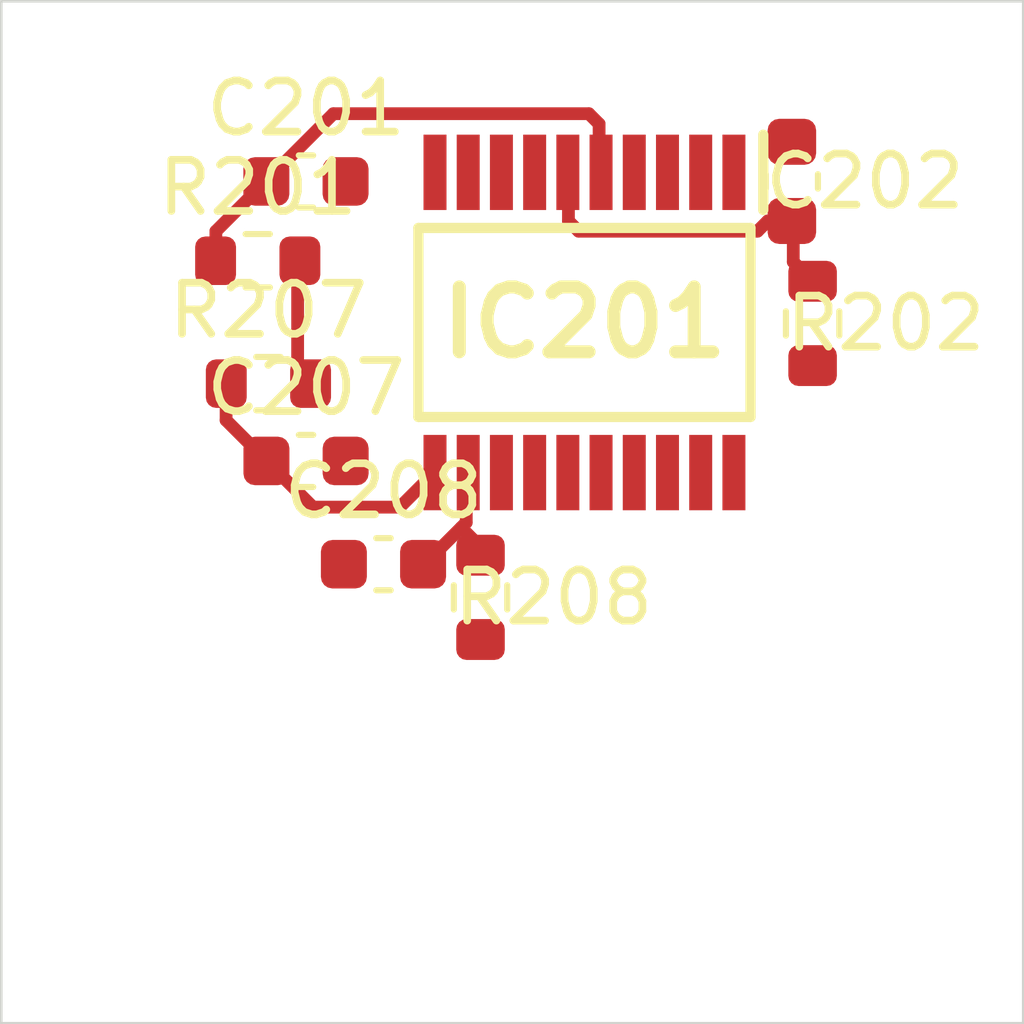
<source format=kicad_pcb>
 ( kicad_pcb  ( version 20171130 )
 ( host pcbnew 5.1.12-84ad8e8a86~92~ubuntu18.04.1 )
 ( general  ( thickness 1.6 )
 ( drawings 4 )
 ( tracks 0 )
 ( zones 0 )
 ( modules 9 )
 ( nets 19 )
)
 ( page A4 )
 ( layers  ( 0 F.Cu signal )
 ( 31 B.Cu signal )
 ( 32 B.Adhes user )
 ( 33 F.Adhes user )
 ( 34 B.Paste user )
 ( 35 F.Paste user )
 ( 36 B.SilkS user )
 ( 37 F.SilkS user )
 ( 38 B.Mask user )
 ( 39 F.Mask user )
 ( 40 Dwgs.User user )
 ( 41 Cmts.User user )
 ( 42 Eco1.User user )
 ( 43 Eco2.User user )
 ( 44 Edge.Cuts user )
 ( 45 Margin user )
 ( 46 B.CrtYd user )
 ( 47 F.CrtYd user )
 ( 48 B.Fab user )
 ( 49 F.Fab user )
)
 ( setup  ( last_trace_width 0.25 )
 ( trace_clearance 0.2 )
 ( zone_clearance 0.508 )
 ( zone_45_only no )
 ( trace_min 0.2 )
 ( via_size 0.8 )
 ( via_drill 0.4 )
 ( via_min_size 0.4 )
 ( via_min_drill 0.3 )
 ( uvia_size 0.3 )
 ( uvia_drill 0.1 )
 ( uvias_allowed no )
 ( uvia_min_size 0.2 )
 ( uvia_min_drill 0.1 )
 ( edge_width 0.05 )
 ( segment_width 0.2 )
 ( pcb_text_width 0.3 )
 ( pcb_text_size 1.5 1.5 )
 ( mod_edge_width 0.12 )
 ( mod_text_size 1 1 )
 ( mod_text_width 0.15 )
 ( pad_size 1.524 1.524 )
 ( pad_drill 0.762 )
 ( pad_to_mask_clearance 0 )
 ( aux_axis_origin 0 0 )
 ( visible_elements FFFFFF7F )
 ( pcbplotparams  ( layerselection 0x010fc_ffffffff )
 ( usegerberextensions false )
 ( usegerberattributes true )
 ( usegerberadvancedattributes true )
 ( creategerberjobfile true )
 ( excludeedgelayer true )
 ( linewidth 0.100000 )
 ( plotframeref false )
 ( viasonmask false )
 ( mode 1 )
 ( useauxorigin false )
 ( hpglpennumber 1 )
 ( hpglpenspeed 20 )
 ( hpglpendiameter 15.000000 )
 ( psnegative false )
 ( psa4output false )
 ( plotreference true )
 ( plotvalue true )
 ( plotinvisibletext false )
 ( padsonsilk false )
 ( subtractmaskfromsilk false )
 ( outputformat 1 )
 ( mirror false )
 ( drillshape 1 )
 ( scaleselection 1 )
 ( outputdirectory "" )
)
)
 ( net 0 "" )
 ( net 1 GND )
 ( net 2 /Sheet6235D886/ch0 )
 ( net 3 /Sheet6235D886/ch1 )
 ( net 4 /Sheet6235D886/ch2 )
 ( net 5 /Sheet6235D886/ch3 )
 ( net 6 /Sheet6235D886/ch4 )
 ( net 7 /Sheet6235D886/ch5 )
 ( net 8 /Sheet6235D886/ch6 )
 ( net 9 /Sheet6235D886/ch7 )
 ( net 10 VDD )
 ( net 11 VDDA )
 ( net 12 /Sheet6235D886/adc_csn )
 ( net 13 /Sheet6235D886/adc_sck )
 ( net 14 /Sheet6235D886/adc_sdi )
 ( net 15 /Sheet6235D886/adc_sdo )
 ( net 16 /Sheet6235D886/vp )
 ( net 17 /Sheet6248AD22/chn0 )
 ( net 18 /Sheet6248AD22/chn3 )
 ( net_class Default "This is the default net class."  ( clearance 0.2 )
 ( trace_width 0.25 )
 ( via_dia 0.8 )
 ( via_drill 0.4 )
 ( uvia_dia 0.3 )
 ( uvia_drill 0.1 )
 ( add_net /Sheet6235D886/adc_csn )
 ( add_net /Sheet6235D886/adc_sck )
 ( add_net /Sheet6235D886/adc_sdi )
 ( add_net /Sheet6235D886/adc_sdo )
 ( add_net /Sheet6235D886/ch0 )
 ( add_net /Sheet6235D886/ch1 )
 ( add_net /Sheet6235D886/ch2 )
 ( add_net /Sheet6235D886/ch3 )
 ( add_net /Sheet6235D886/ch4 )
 ( add_net /Sheet6235D886/ch5 )
 ( add_net /Sheet6235D886/ch6 )
 ( add_net /Sheet6235D886/ch7 )
 ( add_net /Sheet6235D886/vp )
 ( add_net /Sheet6248AD22/chn0 )
 ( add_net /Sheet6248AD22/chn3 )
 ( add_net GND )
 ( add_net VDD )
 ( add_net VDDA )
)
 ( module Capacitor_SMD:C_0603_1608Metric  ( layer F.Cu )
 ( tedit 5F68FEEE )
 ( tstamp 6234222D )
 ( at 85.963100 103.526000 )
 ( descr "Capacitor SMD 0603 (1608 Metric), square (rectangular) end terminal, IPC_7351 nominal, (Body size source: IPC-SM-782 page 76, https://www.pcb-3d.com/wordpress/wp-content/uploads/ipc-sm-782a_amendment_1_and_2.pdf), generated with kicad-footprint-generator" )
 ( tags capacitor )
 ( path /6235D887/623691C5 )
 ( attr smd )
 ( fp_text reference C201  ( at 0 -1.43 )
 ( layer F.SilkS )
 ( effects  ( font  ( size 1 1 )
 ( thickness 0.15 )
)
)
)
 ( fp_text value 0.1uF  ( at 0 1.43 )
 ( layer F.Fab )
 ( effects  ( font  ( size 1 1 )
 ( thickness 0.15 )
)
)
)
 ( fp_line  ( start -0.8 0.4 )
 ( end -0.8 -0.4 )
 ( layer F.Fab )
 ( width 0.1 )
)
 ( fp_line  ( start -0.8 -0.4 )
 ( end 0.8 -0.4 )
 ( layer F.Fab )
 ( width 0.1 )
)
 ( fp_line  ( start 0.8 -0.4 )
 ( end 0.8 0.4 )
 ( layer F.Fab )
 ( width 0.1 )
)
 ( fp_line  ( start 0.8 0.4 )
 ( end -0.8 0.4 )
 ( layer F.Fab )
 ( width 0.1 )
)
 ( fp_line  ( start -0.14058 -0.51 )
 ( end 0.14058 -0.51 )
 ( layer F.SilkS )
 ( width 0.12 )
)
 ( fp_line  ( start -0.14058 0.51 )
 ( end 0.14058 0.51 )
 ( layer F.SilkS )
 ( width 0.12 )
)
 ( fp_line  ( start -1.48 0.73 )
 ( end -1.48 -0.73 )
 ( layer F.CrtYd )
 ( width 0.05 )
)
 ( fp_line  ( start -1.48 -0.73 )
 ( end 1.48 -0.73 )
 ( layer F.CrtYd )
 ( width 0.05 )
)
 ( fp_line  ( start 1.48 -0.73 )
 ( end 1.48 0.73 )
 ( layer F.CrtYd )
 ( width 0.05 )
)
 ( fp_line  ( start 1.48 0.73 )
 ( end -1.48 0.73 )
 ( layer F.CrtYd )
 ( width 0.05 )
)
 ( fp_text user %R  ( at 0 0 )
 ( layer F.Fab )
 ( effects  ( font  ( size 0.4 0.4 )
 ( thickness 0.06 )
)
)
)
 ( pad 2 smd roundrect  ( at 0.775 0 )
 ( size 0.9 0.95 )
 ( layers F.Cu F.Mask F.Paste )
 ( roundrect_rratio 0.25 )
 ( net 1 GND )
)
 ( pad 1 smd roundrect  ( at -0.775 0 )
 ( size 0.9 0.95 )
 ( layers F.Cu F.Mask F.Paste )
 ( roundrect_rratio 0.25 )
 ( net 2 /Sheet6235D886/ch0 )
)
 ( model ${KISYS3DMOD}/Capacitor_SMD.3dshapes/C_0603_1608Metric.wrl  ( at  ( xyz 0 0 0 )
)
 ( scale  ( xyz 1 1 1 )
)
 ( rotate  ( xyz 0 0 0 )
)
)
)
 ( module Capacitor_SMD:C_0603_1608Metric  ( layer F.Cu )
 ( tedit 5F68FEEE )
 ( tstamp 6234223E )
 ( at 95.472700 103.525000 270.000000 )
 ( descr "Capacitor SMD 0603 (1608 Metric), square (rectangular) end terminal, IPC_7351 nominal, (Body size source: IPC-SM-782 page 76, https://www.pcb-3d.com/wordpress/wp-content/uploads/ipc-sm-782a_amendment_1_and_2.pdf), generated with kicad-footprint-generator" )
 ( tags capacitor )
 ( path /6235D887/62369EE0 )
 ( attr smd )
 ( fp_text reference C202  ( at 0 -1.43 )
 ( layer F.SilkS )
 ( effects  ( font  ( size 1 1 )
 ( thickness 0.15 )
)
)
)
 ( fp_text value 0.1uF  ( at 0 1.43 )
 ( layer F.Fab )
 ( effects  ( font  ( size 1 1 )
 ( thickness 0.15 )
)
)
)
 ( fp_line  ( start 1.48 0.73 )
 ( end -1.48 0.73 )
 ( layer F.CrtYd )
 ( width 0.05 )
)
 ( fp_line  ( start 1.48 -0.73 )
 ( end 1.48 0.73 )
 ( layer F.CrtYd )
 ( width 0.05 )
)
 ( fp_line  ( start -1.48 -0.73 )
 ( end 1.48 -0.73 )
 ( layer F.CrtYd )
 ( width 0.05 )
)
 ( fp_line  ( start -1.48 0.73 )
 ( end -1.48 -0.73 )
 ( layer F.CrtYd )
 ( width 0.05 )
)
 ( fp_line  ( start -0.14058 0.51 )
 ( end 0.14058 0.51 )
 ( layer F.SilkS )
 ( width 0.12 )
)
 ( fp_line  ( start -0.14058 -0.51 )
 ( end 0.14058 -0.51 )
 ( layer F.SilkS )
 ( width 0.12 )
)
 ( fp_line  ( start 0.8 0.4 )
 ( end -0.8 0.4 )
 ( layer F.Fab )
 ( width 0.1 )
)
 ( fp_line  ( start 0.8 -0.4 )
 ( end 0.8 0.4 )
 ( layer F.Fab )
 ( width 0.1 )
)
 ( fp_line  ( start -0.8 -0.4 )
 ( end 0.8 -0.4 )
 ( layer F.Fab )
 ( width 0.1 )
)
 ( fp_line  ( start -0.8 0.4 )
 ( end -0.8 -0.4 )
 ( layer F.Fab )
 ( width 0.1 )
)
 ( fp_text user %R  ( at 0 0 )
 ( layer F.Fab )
 ( effects  ( font  ( size 0.4 0.4 )
 ( thickness 0.06 )
)
)
)
 ( pad 1 smd roundrect  ( at -0.775 0 270.000000 )
 ( size 0.9 0.95 )
 ( layers F.Cu F.Mask F.Paste )
 ( roundrect_rratio 0.25 )
 ( net 1 GND )
)
 ( pad 2 smd roundrect  ( at 0.775 0 270.000000 )
 ( size 0.9 0.95 )
 ( layers F.Cu F.Mask F.Paste )
 ( roundrect_rratio 0.25 )
 ( net 3 /Sheet6235D886/ch1 )
)
 ( model ${KISYS3DMOD}/Capacitor_SMD.3dshapes/C_0603_1608Metric.wrl  ( at  ( xyz 0 0 0 )
)
 ( scale  ( xyz 1 1 1 )
)
 ( rotate  ( xyz 0 0 0 )
)
)
)
 ( module Capacitor_SMD:C_0603_1608Metric  ( layer F.Cu )
 ( tedit 5F68FEEE )
 ( tstamp 62342293 )
 ( at 85.964400 108.996000 )
 ( descr "Capacitor SMD 0603 (1608 Metric), square (rectangular) end terminal, IPC_7351 nominal, (Body size source: IPC-SM-782 page 76, https://www.pcb-3d.com/wordpress/wp-content/uploads/ipc-sm-782a_amendment_1_and_2.pdf), generated with kicad-footprint-generator" )
 ( tags capacitor )
 ( path /6235D887/6238B3FE )
 ( attr smd )
 ( fp_text reference C207  ( at 0 -1.43 )
 ( layer F.SilkS )
 ( effects  ( font  ( size 1 1 )
 ( thickness 0.15 )
)
)
)
 ( fp_text value 0.1uF  ( at 0 1.43 )
 ( layer F.Fab )
 ( effects  ( font  ( size 1 1 )
 ( thickness 0.15 )
)
)
)
 ( fp_line  ( start -0.8 0.4 )
 ( end -0.8 -0.4 )
 ( layer F.Fab )
 ( width 0.1 )
)
 ( fp_line  ( start -0.8 -0.4 )
 ( end 0.8 -0.4 )
 ( layer F.Fab )
 ( width 0.1 )
)
 ( fp_line  ( start 0.8 -0.4 )
 ( end 0.8 0.4 )
 ( layer F.Fab )
 ( width 0.1 )
)
 ( fp_line  ( start 0.8 0.4 )
 ( end -0.8 0.4 )
 ( layer F.Fab )
 ( width 0.1 )
)
 ( fp_line  ( start -0.14058 -0.51 )
 ( end 0.14058 -0.51 )
 ( layer F.SilkS )
 ( width 0.12 )
)
 ( fp_line  ( start -0.14058 0.51 )
 ( end 0.14058 0.51 )
 ( layer F.SilkS )
 ( width 0.12 )
)
 ( fp_line  ( start -1.48 0.73 )
 ( end -1.48 -0.73 )
 ( layer F.CrtYd )
 ( width 0.05 )
)
 ( fp_line  ( start -1.48 -0.73 )
 ( end 1.48 -0.73 )
 ( layer F.CrtYd )
 ( width 0.05 )
)
 ( fp_line  ( start 1.48 -0.73 )
 ( end 1.48 0.73 )
 ( layer F.CrtYd )
 ( width 0.05 )
)
 ( fp_line  ( start 1.48 0.73 )
 ( end -1.48 0.73 )
 ( layer F.CrtYd )
 ( width 0.05 )
)
 ( fp_text user %R  ( at 0 0 )
 ( layer F.Fab )
 ( effects  ( font  ( size 0.4 0.4 )
 ( thickness 0.06 )
)
)
)
 ( pad 2 smd roundrect  ( at 0.775 0 )
 ( size 0.9 0.95 )
 ( layers F.Cu F.Mask F.Paste )
 ( roundrect_rratio 0.25 )
 ( net 1 GND )
)
 ( pad 1 smd roundrect  ( at -0.775 0 )
 ( size 0.9 0.95 )
 ( layers F.Cu F.Mask F.Paste )
 ( roundrect_rratio 0.25 )
 ( net 8 /Sheet6235D886/ch6 )
)
 ( model ${KISYS3DMOD}/Capacitor_SMD.3dshapes/C_0603_1608Metric.wrl  ( at  ( xyz 0 0 0 )
)
 ( scale  ( xyz 1 1 1 )
)
 ( rotate  ( xyz 0 0 0 )
)
)
)
 ( module Capacitor_SMD:C_0603_1608Metric  ( layer F.Cu )
 ( tedit 5F68FEEE )
 ( tstamp 623422A4 )
 ( at 87.480100 111.017000 )
 ( descr "Capacitor SMD 0603 (1608 Metric), square (rectangular) end terminal, IPC_7351 nominal, (Body size source: IPC-SM-782 page 76, https://www.pcb-3d.com/wordpress/wp-content/uploads/ipc-sm-782a_amendment_1_and_2.pdf), generated with kicad-footprint-generator" )
 ( tags capacitor )
 ( path /6235D887/6238B404 )
 ( attr smd )
 ( fp_text reference C208  ( at 0 -1.43 )
 ( layer F.SilkS )
 ( effects  ( font  ( size 1 1 )
 ( thickness 0.15 )
)
)
)
 ( fp_text value 0.1uF  ( at 0 1.43 )
 ( layer F.Fab )
 ( effects  ( font  ( size 1 1 )
 ( thickness 0.15 )
)
)
)
 ( fp_line  ( start 1.48 0.73 )
 ( end -1.48 0.73 )
 ( layer F.CrtYd )
 ( width 0.05 )
)
 ( fp_line  ( start 1.48 -0.73 )
 ( end 1.48 0.73 )
 ( layer F.CrtYd )
 ( width 0.05 )
)
 ( fp_line  ( start -1.48 -0.73 )
 ( end 1.48 -0.73 )
 ( layer F.CrtYd )
 ( width 0.05 )
)
 ( fp_line  ( start -1.48 0.73 )
 ( end -1.48 -0.73 )
 ( layer F.CrtYd )
 ( width 0.05 )
)
 ( fp_line  ( start -0.14058 0.51 )
 ( end 0.14058 0.51 )
 ( layer F.SilkS )
 ( width 0.12 )
)
 ( fp_line  ( start -0.14058 -0.51 )
 ( end 0.14058 -0.51 )
 ( layer F.SilkS )
 ( width 0.12 )
)
 ( fp_line  ( start 0.8 0.4 )
 ( end -0.8 0.4 )
 ( layer F.Fab )
 ( width 0.1 )
)
 ( fp_line  ( start 0.8 -0.4 )
 ( end 0.8 0.4 )
 ( layer F.Fab )
 ( width 0.1 )
)
 ( fp_line  ( start -0.8 -0.4 )
 ( end 0.8 -0.4 )
 ( layer F.Fab )
 ( width 0.1 )
)
 ( fp_line  ( start -0.8 0.4 )
 ( end -0.8 -0.4 )
 ( layer F.Fab )
 ( width 0.1 )
)
 ( fp_text user %R  ( at 0 0 )
 ( layer F.Fab )
 ( effects  ( font  ( size 0.4 0.4 )
 ( thickness 0.06 )
)
)
)
 ( pad 1 smd roundrect  ( at -0.775 0 )
 ( size 0.9 0.95 )
 ( layers F.Cu F.Mask F.Paste )
 ( roundrect_rratio 0.25 )
 ( net 1 GND )
)
 ( pad 2 smd roundrect  ( at 0.775 0 )
 ( size 0.9 0.95 )
 ( layers F.Cu F.Mask F.Paste )
 ( roundrect_rratio 0.25 )
 ( net 9 /Sheet6235D886/ch7 )
)
 ( model ${KISYS3DMOD}/Capacitor_SMD.3dshapes/C_0603_1608Metric.wrl  ( at  ( xyz 0 0 0 )
)
 ( scale  ( xyz 1 1 1 )
)
 ( rotate  ( xyz 0 0 0 )
)
)
)
 ( module MCP3564R-E_ST:SOP65P640X120-20N locked  ( layer F.Cu )
 ( tedit 623351C2 )
 ( tstamp 623423D6 )
 ( at 91.413300 106.286000 270.000000 )
 ( descr "20-Lead Plastic Thin Shrink Small Outline (ST) - 4.4mm body [TSSOP]" )
 ( tags "Integrated Circuit" )
 ( path /6235D887/6235E071 )
 ( attr smd )
 ( fp_text reference IC201  ( at 0 0 )
 ( layer F.SilkS )
 ( effects  ( font  ( size 1.27 1.27 )
 ( thickness 0.254 )
)
)
)
 ( fp_text value MCP3564R-E_ST  ( at 0 0 )
 ( layer F.SilkS )
hide  ( effects  ( font  ( size 1.27 1.27 )
 ( thickness 0.254 )
)
)
)
 ( fp_line  ( start -3.925 -3.55 )
 ( end 3.925 -3.55 )
 ( layer Dwgs.User )
 ( width 0.05 )
)
 ( fp_line  ( start 3.925 -3.55 )
 ( end 3.925 3.55 )
 ( layer Dwgs.User )
 ( width 0.05 )
)
 ( fp_line  ( start 3.925 3.55 )
 ( end -3.925 3.55 )
 ( layer Dwgs.User )
 ( width 0.05 )
)
 ( fp_line  ( start -3.925 3.55 )
 ( end -3.925 -3.55 )
 ( layer Dwgs.User )
 ( width 0.05 )
)
 ( fp_line  ( start -2.2 -3.25 )
 ( end 2.2 -3.25 )
 ( layer Dwgs.User )
 ( width 0.1 )
)
 ( fp_line  ( start 2.2 -3.25 )
 ( end 2.2 3.25 )
 ( layer Dwgs.User )
 ( width 0.1 )
)
 ( fp_line  ( start 2.2 3.25 )
 ( end -2.2 3.25 )
 ( layer Dwgs.User )
 ( width 0.1 )
)
 ( fp_line  ( start -2.2 3.25 )
 ( end -2.2 -3.25 )
 ( layer Dwgs.User )
 ( width 0.1 )
)
 ( fp_line  ( start -2.2 -2.6 )
 ( end -1.55 -3.25 )
 ( layer Dwgs.User )
 ( width 0.1 )
)
 ( fp_line  ( start -1.85 -3.25 )
 ( end 1.85 -3.25 )
 ( layer F.SilkS )
 ( width 0.2 )
)
 ( fp_line  ( start 1.85 -3.25 )
 ( end 1.85 3.25 )
 ( layer F.SilkS )
 ( width 0.2 )
)
 ( fp_line  ( start 1.85 3.25 )
 ( end -1.85 3.25 )
 ( layer F.SilkS )
 ( width 0.2 )
)
 ( fp_line  ( start -1.85 3.25 )
 ( end -1.85 -3.25 )
 ( layer F.SilkS )
 ( width 0.2 )
)
 ( fp_line  ( start -3.675 -3.5 )
 ( end -2.2 -3.5 )
 ( layer F.SilkS )
 ( width 0.2 )
)
 ( pad 1 smd rect  ( at -2.938 -2.925 )
 ( size 0.45 1.475 )
 ( layers F.Cu F.Mask F.Paste )
 ( net 11 VDDA )
)
 ( pad 2 smd rect  ( at -2.938 -2.275 )
 ( size 0.45 1.475 )
 ( layers F.Cu F.Mask F.Paste )
 ( net 1 GND )
)
 ( pad 3 smd rect  ( at -2.938 -1.625 )
 ( size 0.45 1.475 )
 ( layers F.Cu F.Mask F.Paste )
 ( net 1 GND )
)
 ( pad 4 smd rect  ( at -2.938 -0.975 )
 ( size 0.45 1.475 )
 ( layers F.Cu F.Mask F.Paste )
)
 ( pad 5 smd rect  ( at -2.938 -0.325 )
 ( size 0.45 1.475 )
 ( layers F.Cu F.Mask F.Paste )
 ( net 2 /Sheet6235D886/ch0 )
)
 ( pad 6 smd rect  ( at -2.938 0.325 )
 ( size 0.45 1.475 )
 ( layers F.Cu F.Mask F.Paste )
 ( net 3 /Sheet6235D886/ch1 )
)
 ( pad 7 smd rect  ( at -2.938 0.975 )
 ( size 0.45 1.475 )
 ( layers F.Cu F.Mask F.Paste )
 ( net 4 /Sheet6235D886/ch2 )
)
 ( pad 8 smd rect  ( at -2.938 1.625 )
 ( size 0.45 1.475 )
 ( layers F.Cu F.Mask F.Paste )
 ( net 5 /Sheet6235D886/ch3 )
)
 ( pad 9 smd rect  ( at -2.938 2.275 )
 ( size 0.45 1.475 )
 ( layers F.Cu F.Mask F.Paste )
 ( net 6 /Sheet6235D886/ch4 )
)
 ( pad 10 smd rect  ( at -2.938 2.925 )
 ( size 0.45 1.475 )
 ( layers F.Cu F.Mask F.Paste )
 ( net 7 /Sheet6235D886/ch5 )
)
 ( pad 11 smd rect  ( at 2.938 2.925 )
 ( size 0.45 1.475 )
 ( layers F.Cu F.Mask F.Paste )
 ( net 8 /Sheet6235D886/ch6 )
)
 ( pad 12 smd rect  ( at 2.938 2.275 )
 ( size 0.45 1.475 )
 ( layers F.Cu F.Mask F.Paste )
 ( net 9 /Sheet6235D886/ch7 )
)
 ( pad 13 smd rect  ( at 2.938 1.625 )
 ( size 0.45 1.475 )
 ( layers F.Cu F.Mask F.Paste )
 ( net 12 /Sheet6235D886/adc_csn )
)
 ( pad 14 smd rect  ( at 2.938 0.975 )
 ( size 0.45 1.475 )
 ( layers F.Cu F.Mask F.Paste )
 ( net 13 /Sheet6235D886/adc_sck )
)
 ( pad 15 smd rect  ( at 2.938 0.325 )
 ( size 0.45 1.475 )
 ( layers F.Cu F.Mask F.Paste )
 ( net 14 /Sheet6235D886/adc_sdi )
)
 ( pad 16 smd rect  ( at 2.938 -0.325 )
 ( size 0.45 1.475 )
 ( layers F.Cu F.Mask F.Paste )
 ( net 15 /Sheet6235D886/adc_sdo )
)
 ( pad 17 smd rect  ( at 2.938 -0.975 )
 ( size 0.45 1.475 )
 ( layers F.Cu F.Mask F.Paste )
)
 ( pad 18 smd rect  ( at 2.938 -1.625 )
 ( size 0.45 1.475 )
 ( layers F.Cu F.Mask F.Paste )
)
 ( pad 19 smd rect  ( at 2.938 -2.275 )
 ( size 0.45 1.475 )
 ( layers F.Cu F.Mask F.Paste )
 ( net 1 GND )
)
 ( pad 20 smd rect  ( at 2.938 -2.925 )
 ( size 0.45 1.475 )
 ( layers F.Cu F.Mask F.Paste )
 ( net 10 VDD )
)
)
 ( module Resistor_SMD:R_0603_1608Metric  ( layer F.Cu )
 ( tedit 5F68FEEE )
 ( tstamp 6234250D )
 ( at 85.019300 105.078000 )
 ( descr "Resistor SMD 0603 (1608 Metric), square (rectangular) end terminal, IPC_7351 nominal, (Body size source: IPC-SM-782 page 72, https://www.pcb-3d.com/wordpress/wp-content/uploads/ipc-sm-782a_amendment_1_and_2.pdf), generated with kicad-footprint-generator" )
 ( tags resistor )
 ( path /6235D887/623641B7 )
 ( attr smd )
 ( fp_text reference R201  ( at 0 -1.43 )
 ( layer F.SilkS )
 ( effects  ( font  ( size 1 1 )
 ( thickness 0.15 )
)
)
)
 ( fp_text value 1k  ( at 0 1.43 )
 ( layer F.Fab )
 ( effects  ( font  ( size 1 1 )
 ( thickness 0.15 )
)
)
)
 ( fp_line  ( start -0.8 0.4125 )
 ( end -0.8 -0.4125 )
 ( layer F.Fab )
 ( width 0.1 )
)
 ( fp_line  ( start -0.8 -0.4125 )
 ( end 0.8 -0.4125 )
 ( layer F.Fab )
 ( width 0.1 )
)
 ( fp_line  ( start 0.8 -0.4125 )
 ( end 0.8 0.4125 )
 ( layer F.Fab )
 ( width 0.1 )
)
 ( fp_line  ( start 0.8 0.4125 )
 ( end -0.8 0.4125 )
 ( layer F.Fab )
 ( width 0.1 )
)
 ( fp_line  ( start -0.237258 -0.5225 )
 ( end 0.237258 -0.5225 )
 ( layer F.SilkS )
 ( width 0.12 )
)
 ( fp_line  ( start -0.237258 0.5225 )
 ( end 0.237258 0.5225 )
 ( layer F.SilkS )
 ( width 0.12 )
)
 ( fp_line  ( start -1.48 0.73 )
 ( end -1.48 -0.73 )
 ( layer F.CrtYd )
 ( width 0.05 )
)
 ( fp_line  ( start -1.48 -0.73 )
 ( end 1.48 -0.73 )
 ( layer F.CrtYd )
 ( width 0.05 )
)
 ( fp_line  ( start 1.48 -0.73 )
 ( end 1.48 0.73 )
 ( layer F.CrtYd )
 ( width 0.05 )
)
 ( fp_line  ( start 1.48 0.73 )
 ( end -1.48 0.73 )
 ( layer F.CrtYd )
 ( width 0.05 )
)
 ( fp_text user %R  ( at 0 0 )
 ( layer F.Fab )
 ( effects  ( font  ( size 0.4 0.4 )
 ( thickness 0.06 )
)
)
)
 ( pad 2 smd roundrect  ( at 0.825 0 )
 ( size 0.8 0.95 )
 ( layers F.Cu F.Mask F.Paste )
 ( roundrect_rratio 0.25 )
 ( net 16 /Sheet6235D886/vp )
)
 ( pad 1 smd roundrect  ( at -0.825 0 )
 ( size 0.8 0.95 )
 ( layers F.Cu F.Mask F.Paste )
 ( roundrect_rratio 0.25 )
 ( net 2 /Sheet6235D886/ch0 )
)
 ( model ${KISYS3DMOD}/Resistor_SMD.3dshapes/R_0603_1608Metric.wrl  ( at  ( xyz 0 0 0 )
)
 ( scale  ( xyz 1 1 1 )
)
 ( rotate  ( xyz 0 0 0 )
)
)
)
 ( module Resistor_SMD:R_0603_1608Metric  ( layer F.Cu )
 ( tedit 5F68FEEE )
 ( tstamp 6234251E )
 ( at 95.878400 106.305000 270.000000 )
 ( descr "Resistor SMD 0603 (1608 Metric), square (rectangular) end terminal, IPC_7351 nominal, (Body size source: IPC-SM-782 page 72, https://www.pcb-3d.com/wordpress/wp-content/uploads/ipc-sm-782a_amendment_1_and_2.pdf), generated with kicad-footprint-generator" )
 ( tags resistor )
 ( path /6235D887/6236A646 )
 ( attr smd )
 ( fp_text reference R202  ( at 0 -1.43 )
 ( layer F.SilkS )
 ( effects  ( font  ( size 1 1 )
 ( thickness 0.15 )
)
)
)
 ( fp_text value 1k  ( at 0 1.43 )
 ( layer F.Fab )
 ( effects  ( font  ( size 1 1 )
 ( thickness 0.15 )
)
)
)
 ( fp_line  ( start 1.48 0.73 )
 ( end -1.48 0.73 )
 ( layer F.CrtYd )
 ( width 0.05 )
)
 ( fp_line  ( start 1.48 -0.73 )
 ( end 1.48 0.73 )
 ( layer F.CrtYd )
 ( width 0.05 )
)
 ( fp_line  ( start -1.48 -0.73 )
 ( end 1.48 -0.73 )
 ( layer F.CrtYd )
 ( width 0.05 )
)
 ( fp_line  ( start -1.48 0.73 )
 ( end -1.48 -0.73 )
 ( layer F.CrtYd )
 ( width 0.05 )
)
 ( fp_line  ( start -0.237258 0.5225 )
 ( end 0.237258 0.5225 )
 ( layer F.SilkS )
 ( width 0.12 )
)
 ( fp_line  ( start -0.237258 -0.5225 )
 ( end 0.237258 -0.5225 )
 ( layer F.SilkS )
 ( width 0.12 )
)
 ( fp_line  ( start 0.8 0.4125 )
 ( end -0.8 0.4125 )
 ( layer F.Fab )
 ( width 0.1 )
)
 ( fp_line  ( start 0.8 -0.4125 )
 ( end 0.8 0.4125 )
 ( layer F.Fab )
 ( width 0.1 )
)
 ( fp_line  ( start -0.8 -0.4125 )
 ( end 0.8 -0.4125 )
 ( layer F.Fab )
 ( width 0.1 )
)
 ( fp_line  ( start -0.8 0.4125 )
 ( end -0.8 -0.4125 )
 ( layer F.Fab )
 ( width 0.1 )
)
 ( fp_text user %R  ( at 0 0 )
 ( layer F.Fab )
 ( effects  ( font  ( size 0.4 0.4 )
 ( thickness 0.06 )
)
)
)
 ( pad 1 smd roundrect  ( at -0.825 0 270.000000 )
 ( size 0.8 0.95 )
 ( layers F.Cu F.Mask F.Paste )
 ( roundrect_rratio 0.25 )
 ( net 3 /Sheet6235D886/ch1 )
)
 ( pad 2 smd roundrect  ( at 0.825 0 270.000000 )
 ( size 0.8 0.95 )
 ( layers F.Cu F.Mask F.Paste )
 ( roundrect_rratio 0.25 )
 ( net 17 /Sheet6248AD22/chn0 )
)
 ( model ${KISYS3DMOD}/Resistor_SMD.3dshapes/R_0603_1608Metric.wrl  ( at  ( xyz 0 0 0 )
)
 ( scale  ( xyz 1 1 1 )
)
 ( rotate  ( xyz 0 0 0 )
)
)
)
 ( module Resistor_SMD:R_0603_1608Metric  ( layer F.Cu )
 ( tedit 5F68FEEE )
 ( tstamp 62342573 )
 ( at 85.228500 107.483000 )
 ( descr "Resistor SMD 0603 (1608 Metric), square (rectangular) end terminal, IPC_7351 nominal, (Body size source: IPC-SM-782 page 72, https://www.pcb-3d.com/wordpress/wp-content/uploads/ipc-sm-782a_amendment_1_and_2.pdf), generated with kicad-footprint-generator" )
 ( tags resistor )
 ( path /6235D887/6238B3F8 )
 ( attr smd )
 ( fp_text reference R207  ( at 0 -1.43 )
 ( layer F.SilkS )
 ( effects  ( font  ( size 1 1 )
 ( thickness 0.15 )
)
)
)
 ( fp_text value 1k  ( at 0 1.43 )
 ( layer F.Fab )
 ( effects  ( font  ( size 1 1 )
 ( thickness 0.15 )
)
)
)
 ( fp_line  ( start -0.8 0.4125 )
 ( end -0.8 -0.4125 )
 ( layer F.Fab )
 ( width 0.1 )
)
 ( fp_line  ( start -0.8 -0.4125 )
 ( end 0.8 -0.4125 )
 ( layer F.Fab )
 ( width 0.1 )
)
 ( fp_line  ( start 0.8 -0.4125 )
 ( end 0.8 0.4125 )
 ( layer F.Fab )
 ( width 0.1 )
)
 ( fp_line  ( start 0.8 0.4125 )
 ( end -0.8 0.4125 )
 ( layer F.Fab )
 ( width 0.1 )
)
 ( fp_line  ( start -0.237258 -0.5225 )
 ( end 0.237258 -0.5225 )
 ( layer F.SilkS )
 ( width 0.12 )
)
 ( fp_line  ( start -0.237258 0.5225 )
 ( end 0.237258 0.5225 )
 ( layer F.SilkS )
 ( width 0.12 )
)
 ( fp_line  ( start -1.48 0.73 )
 ( end -1.48 -0.73 )
 ( layer F.CrtYd )
 ( width 0.05 )
)
 ( fp_line  ( start -1.48 -0.73 )
 ( end 1.48 -0.73 )
 ( layer F.CrtYd )
 ( width 0.05 )
)
 ( fp_line  ( start 1.48 -0.73 )
 ( end 1.48 0.73 )
 ( layer F.CrtYd )
 ( width 0.05 )
)
 ( fp_line  ( start 1.48 0.73 )
 ( end -1.48 0.73 )
 ( layer F.CrtYd )
 ( width 0.05 )
)
 ( fp_text user %R  ( at 0 0 )
 ( layer F.Fab )
 ( effects  ( font  ( size 0.4 0.4 )
 ( thickness 0.06 )
)
)
)
 ( pad 2 smd roundrect  ( at 0.825 0 )
 ( size 0.8 0.95 )
 ( layers F.Cu F.Mask F.Paste )
 ( roundrect_rratio 0.25 )
 ( net 16 /Sheet6235D886/vp )
)
 ( pad 1 smd roundrect  ( at -0.825 0 )
 ( size 0.8 0.95 )
 ( layers F.Cu F.Mask F.Paste )
 ( roundrect_rratio 0.25 )
 ( net 8 /Sheet6235D886/ch6 )
)
 ( model ${KISYS3DMOD}/Resistor_SMD.3dshapes/R_0603_1608Metric.wrl  ( at  ( xyz 0 0 0 )
)
 ( scale  ( xyz 1 1 1 )
)
 ( rotate  ( xyz 0 0 0 )
)
)
)
 ( module Resistor_SMD:R_0603_1608Metric  ( layer F.Cu )
 ( tedit 5F68FEEE )
 ( tstamp 62342584 )
 ( at 89.379300 111.666000 270.000000 )
 ( descr "Resistor SMD 0603 (1608 Metric), square (rectangular) end terminal, IPC_7351 nominal, (Body size source: IPC-SM-782 page 72, https://www.pcb-3d.com/wordpress/wp-content/uploads/ipc-sm-782a_amendment_1_and_2.pdf), generated with kicad-footprint-generator" )
 ( tags resistor )
 ( path /6235D887/6238B40A )
 ( attr smd )
 ( fp_text reference R208  ( at 0 -1.43 )
 ( layer F.SilkS )
 ( effects  ( font  ( size 1 1 )
 ( thickness 0.15 )
)
)
)
 ( fp_text value 1k  ( at 0 1.43 )
 ( layer F.Fab )
 ( effects  ( font  ( size 1 1 )
 ( thickness 0.15 )
)
)
)
 ( fp_line  ( start 1.48 0.73 )
 ( end -1.48 0.73 )
 ( layer F.CrtYd )
 ( width 0.05 )
)
 ( fp_line  ( start 1.48 -0.73 )
 ( end 1.48 0.73 )
 ( layer F.CrtYd )
 ( width 0.05 )
)
 ( fp_line  ( start -1.48 -0.73 )
 ( end 1.48 -0.73 )
 ( layer F.CrtYd )
 ( width 0.05 )
)
 ( fp_line  ( start -1.48 0.73 )
 ( end -1.48 -0.73 )
 ( layer F.CrtYd )
 ( width 0.05 )
)
 ( fp_line  ( start -0.237258 0.5225 )
 ( end 0.237258 0.5225 )
 ( layer F.SilkS )
 ( width 0.12 )
)
 ( fp_line  ( start -0.237258 -0.5225 )
 ( end 0.237258 -0.5225 )
 ( layer F.SilkS )
 ( width 0.12 )
)
 ( fp_line  ( start 0.8 0.4125 )
 ( end -0.8 0.4125 )
 ( layer F.Fab )
 ( width 0.1 )
)
 ( fp_line  ( start 0.8 -0.4125 )
 ( end 0.8 0.4125 )
 ( layer F.Fab )
 ( width 0.1 )
)
 ( fp_line  ( start -0.8 -0.4125 )
 ( end 0.8 -0.4125 )
 ( layer F.Fab )
 ( width 0.1 )
)
 ( fp_line  ( start -0.8 0.4125 )
 ( end -0.8 -0.4125 )
 ( layer F.Fab )
 ( width 0.1 )
)
 ( fp_text user %R  ( at 0 0 )
 ( layer F.Fab )
 ( effects  ( font  ( size 0.4 0.4 )
 ( thickness 0.06 )
)
)
)
 ( pad 1 smd roundrect  ( at -0.825 0 270.000000 )
 ( size 0.8 0.95 )
 ( layers F.Cu F.Mask F.Paste )
 ( roundrect_rratio 0.25 )
 ( net 9 /Sheet6235D886/ch7 )
)
 ( pad 2 smd roundrect  ( at 0.825 0 270.000000 )
 ( size 0.8 0.95 )
 ( layers F.Cu F.Mask F.Paste )
 ( roundrect_rratio 0.25 )
 ( net 18 /Sheet6248AD22/chn3 )
)
 ( model ${KISYS3DMOD}/Resistor_SMD.3dshapes/R_0603_1608Metric.wrl  ( at  ( xyz 0 0 0 )
)
 ( scale  ( xyz 1 1 1 )
)
 ( rotate  ( xyz 0 0 0 )
)
)
)
 ( gr_line  ( start 100 100 )
 ( end 100 120 )
 ( layer Edge.Cuts )
 ( width 0.05 )
 ( tstamp 62E770C4 )
)
 ( gr_line  ( start 80 120 )
 ( end 100 120 )
 ( layer Edge.Cuts )
 ( width 0.05 )
 ( tstamp 62E770C0 )
)
 ( gr_line  ( start 80 100 )
 ( end 100 100 )
 ( layer Edge.Cuts )
 ( width 0.05 )
 ( tstamp 6234110C )
)
 ( gr_line  ( start 80 100 )
 ( end 80 120 )
 ( layer Edge.Cuts )
 ( width 0.05 )
)
 ( segment  ( start 91.700001 103.300002 )
 ( end 91.700001 102.400002 )
 ( width 0.250000 )
 ( layer F.Cu )
 ( net 2 )
)
 ( segment  ( start 91.700001 102.400002 )
 ( end 91.500001 102.200002 )
 ( width 0.250000 )
 ( layer F.Cu )
 ( net 2 )
)
 ( segment  ( start 91.500001 102.200002 )
 ( end 86.500001 102.200002 )
 ( width 0.250000 )
 ( layer F.Cu )
 ( net 2 )
)
 ( segment  ( start 86.500001 102.200002 )
 ( end 85.200001 103.500002 )
 ( width 0.250000 )
 ( layer F.Cu )
 ( net 2 )
)
 ( segment  ( start 84.200001 105.100002 )
 ( end 84.200001 104.500002 )
 ( width 0.250000 )
 ( layer F.Cu )
 ( net 2 )
)
 ( segment  ( start 84.200001 104.500002 )
 ( end 85.200001 103.500002 )
 ( width 0.250000 )
 ( layer F.Cu )
 ( net 2 )
)
 ( segment  ( start 91.100001 103.300002 )
 ( end 91.100001 104.300002 )
 ( width 0.250000 )
 ( layer F.Cu )
 ( net 3 )
)
 ( segment  ( start 91.100001 104.300002 )
 ( end 91.300001 104.500002 )
 ( width 0.250000 )
 ( layer F.Cu )
 ( net 3 )
)
 ( segment  ( start 91.300001 104.500002 )
 ( end 94.800001 104.500002 )
 ( width 0.250000 )
 ( layer F.Cu )
 ( net 3 )
)
 ( segment  ( start 94.800001 104.500002 )
 ( end 95.000001 104.300002 )
 ( width 0.250000 )
 ( layer F.Cu )
 ( net 3 )
)
 ( segment  ( start 95.000001 104.300002 )
 ( end 95.500001 104.300002 )
 ( width 0.250000 )
 ( layer F.Cu )
 ( net 3 )
)
 ( segment  ( start 95.900001 105.500002 )
 ( end 95.500001 105.100002 )
 ( width 0.250000 )
 ( layer F.Cu )
 ( net 3 )
)
 ( segment  ( start 95.500001 105.100002 )
 ( end 95.500001 104.300002 )
 ( width 0.250000 )
 ( layer F.Cu )
 ( net 3 )
)
 ( segment  ( start 88.500001 109.200002 )
 ( end 87.800001 109.900002 )
 ( width 0.250000 )
 ( layer F.Cu )
 ( net 8 )
)
 ( segment  ( start 87.800001 109.900002 )
 ( end 86.100001 109.900002 )
 ( width 0.250000 )
 ( layer F.Cu )
 ( net 8 )
)
 ( segment  ( start 86.100001 109.900002 )
 ( end 85.200001 109.000002 )
 ( width 0.250000 )
 ( layer F.Cu )
 ( net 8 )
)
 ( segment  ( start 84.400001 107.500002 )
 ( end 84.400001 108.200002 )
 ( width 0.250000 )
 ( layer F.Cu )
 ( net 8 )
)
 ( segment  ( start 84.400001 108.200002 )
 ( end 85.200001 109.000002 )
 ( width 0.250000 )
 ( layer F.Cu )
 ( net 8 )
)
 ( segment  ( start 89.100001 109.200002 )
 ( end 89.100001 110.200002 )
 ( width 0.250000 )
 ( layer F.Cu )
 ( net 9 )
)
 ( segment  ( start 89.100001 110.200002 )
 ( end 88.300001 111.000002 )
 ( width 0.250000 )
 ( layer F.Cu )
 ( net 9 )
)
 ( segment  ( start 89.400001 110.800002 )
 ( end 89.400001 110.700002 )
 ( width 0.250000 )
 ( layer F.Cu )
 ( net 9 )
)
 ( segment  ( start 89.400001 110.700002 )
 ( end 89.000001 110.300002 )
 ( width 0.250000 )
 ( layer F.Cu )
 ( net 9 )
)
 ( segment  ( start 86.100001 107.500002 )
 ( end 85.800001 107.200002 )
 ( width 0.250000 )
 ( layer F.Cu )
 ( net 16 )
)
 ( segment  ( start 85.800001 107.200002 )
 ( end 85.800001 105.100002 )
 ( width 0.250000 )
 ( layer F.Cu )
 ( net 16 )
)
)

</source>
